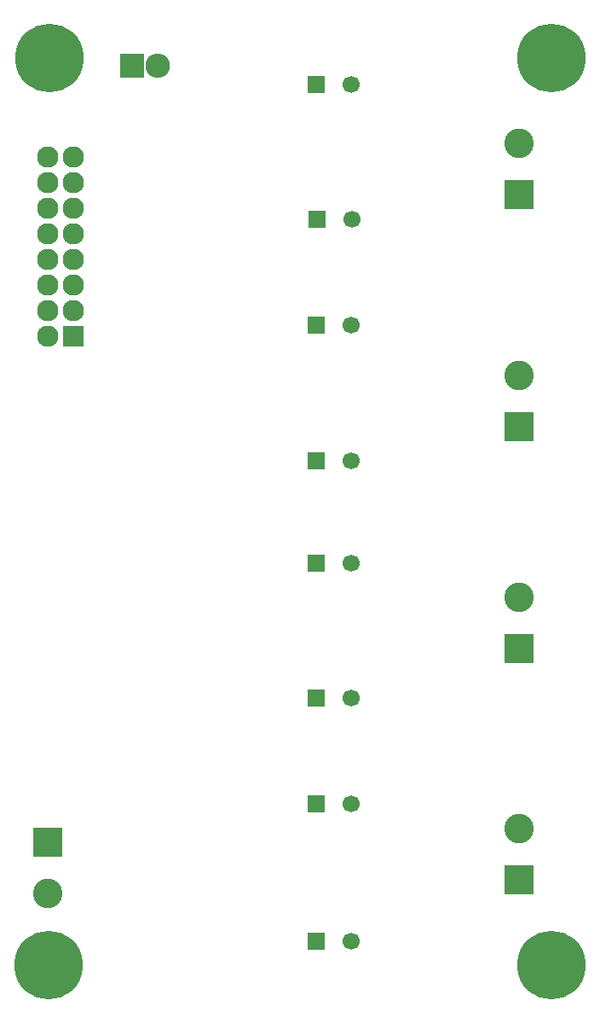
<source format=gbr>
G04 #@! TF.FileFunction,Soldermask,Bot*
%FSLAX46Y46*%
G04 Gerber Fmt 4.6, Leading zero omitted, Abs format (unit mm)*
G04 Created by KiCad (PCBNEW 4.0.2-stable) date 06.12.2016 23:46:42*
%MOMM*%
G01*
G04 APERTURE LIST*
%ADD10C,0.100000*%
%ADD11C,6.800000*%
%ADD12C,1.000000*%
%ADD13C,1.700000*%
%ADD14R,1.700000X1.700000*%
%ADD15R,2.940000X2.940000*%
%ADD16C,2.940000*%
%ADD17R,2.127200X2.127200*%
%ADD18O,2.127200X2.127200*%
%ADD19R,2.432000X2.432000*%
%ADD20O,2.432000X2.432000*%
G04 APERTURE END LIST*
D10*
D11*
X140000000Y-145000000D03*
D12*
X142400000Y-145000000D03*
X141697056Y-146697056D03*
X140000000Y-147400000D03*
X138302944Y-146697056D03*
X137600000Y-145000000D03*
X138302944Y-143302944D03*
X140000000Y-142600000D03*
X141697056Y-143302944D03*
D11*
X90000000Y-145000000D03*
D12*
X92400000Y-145000000D03*
X91697056Y-146697056D03*
X90000000Y-147400000D03*
X88302944Y-146697056D03*
X87600000Y-145000000D03*
X88302944Y-143302944D03*
X90000000Y-142600000D03*
X91697056Y-143302944D03*
D11*
X140000000Y-55000000D03*
D12*
X142400000Y-55000000D03*
X141697056Y-56697056D03*
X140000000Y-57400000D03*
X138302944Y-56697056D03*
X137600000Y-55000000D03*
X138302944Y-53302944D03*
X140000000Y-52600000D03*
X141697056Y-53302944D03*
D11*
X90100000Y-55000000D03*
D12*
X92500000Y-55000000D03*
X91797056Y-56697056D03*
X90100000Y-57400000D03*
X88402944Y-56697056D03*
X87700000Y-55000000D03*
X88402944Y-53302944D03*
X90100000Y-52600000D03*
X91797056Y-53302944D03*
D13*
X120150000Y-71000000D03*
D14*
X116650000Y-71000000D03*
D13*
X120100000Y-57600000D03*
D14*
X116600000Y-57600000D03*
D15*
X89900000Y-132760000D03*
D16*
X89900000Y-137840000D03*
D17*
X92500000Y-82620000D03*
D18*
X89960000Y-82620000D03*
X92500000Y-80080000D03*
X89960000Y-80080000D03*
X92500000Y-77540000D03*
X89960000Y-77540000D03*
X92500000Y-75000000D03*
X89960000Y-75000000D03*
X92500000Y-72460000D03*
X89960000Y-72460000D03*
X92500000Y-69920000D03*
X89960000Y-69920000D03*
X92500000Y-67380000D03*
X89960000Y-67380000D03*
X92500000Y-64840000D03*
X89960000Y-64840000D03*
D15*
X136700000Y-68540000D03*
D16*
X136700000Y-63460000D03*
D13*
X120100000Y-81500000D03*
D14*
X116600000Y-81500000D03*
D13*
X120100000Y-94900000D03*
D14*
X116600000Y-94900000D03*
D15*
X136700000Y-91540000D03*
D16*
X136700000Y-86460000D03*
D13*
X120100000Y-105100000D03*
D14*
X116600000Y-105100000D03*
D13*
X120100000Y-118500000D03*
D14*
X116600000Y-118500000D03*
D15*
X136700000Y-113540000D03*
D16*
X136700000Y-108460000D03*
D13*
X120100000Y-129000000D03*
D14*
X116600000Y-129000000D03*
D13*
X120100000Y-142600000D03*
D14*
X116600000Y-142600000D03*
D15*
X136700000Y-136540000D03*
D16*
X136700000Y-131460000D03*
D19*
X98300000Y-55775000D03*
D20*
X100840000Y-55775000D03*
M02*

</source>
